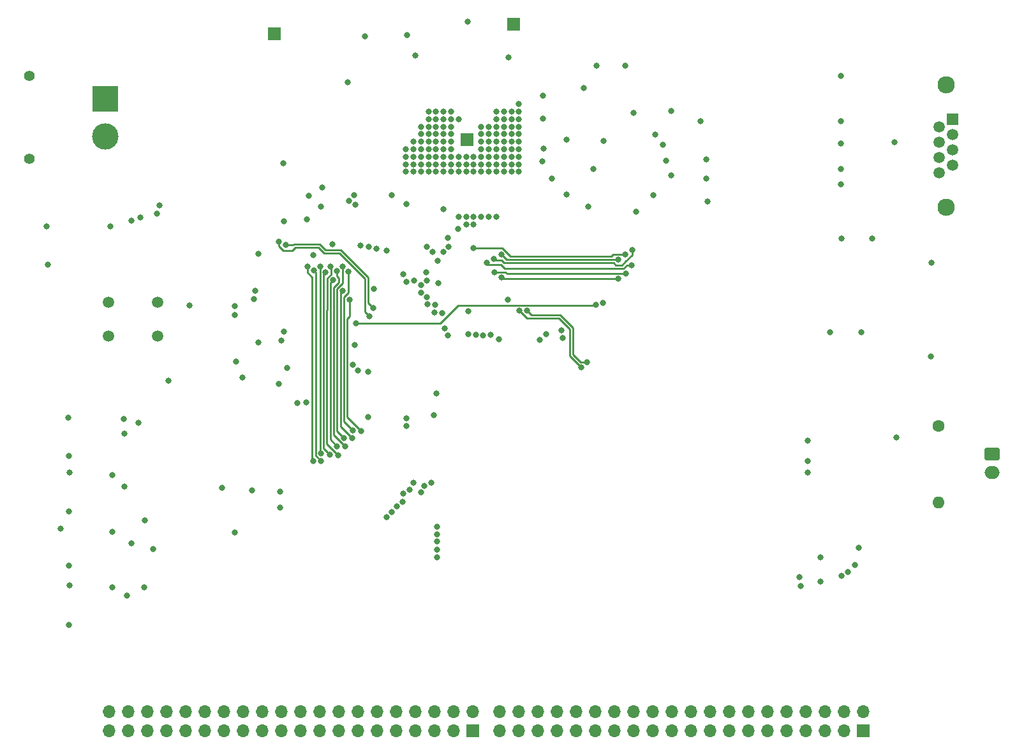
<source format=gbr>
%TF.GenerationSoftware,KiCad,Pcbnew,8.0.5*%
%TF.CreationDate,2024-09-29T23:22:26+09:00*%
%TF.ProjectId,MCU_Unit,4d43555f-556e-4697-942e-6b696361645f,rev?*%
%TF.SameCoordinates,Original*%
%TF.FileFunction,Copper,L2,Inr*%
%TF.FilePolarity,Positive*%
%FSLAX46Y46*%
G04 Gerber Fmt 4.6, Leading zero omitted, Abs format (unit mm)*
G04 Created by KiCad (PCBNEW 8.0.5) date 2024-09-29 23:22:26*
%MOMM*%
%LPD*%
G01*
G04 APERTURE LIST*
G04 Aperture macros list*
%AMRoundRect*
0 Rectangle with rounded corners*
0 $1 Rounding radius*
0 $2 $3 $4 $5 $6 $7 $8 $9 X,Y pos of 4 corners*
0 Add a 4 corners polygon primitive as box body*
4,1,4,$2,$3,$4,$5,$6,$7,$8,$9,$2,$3,0*
0 Add four circle primitives for the rounded corners*
1,1,$1+$1,$2,$3*
1,1,$1+$1,$4,$5*
1,1,$1+$1,$6,$7*
1,1,$1+$1,$8,$9*
0 Add four rect primitives between the rounded corners*
20,1,$1+$1,$2,$3,$4,$5,0*
20,1,$1+$1,$4,$5,$6,$7,0*
20,1,$1+$1,$6,$7,$8,$9,0*
20,1,$1+$1,$8,$9,$2,$3,0*%
G04 Aperture macros list end*
%TA.AperFunction,ComponentPad*%
%ADD10C,1.500000*%
%TD*%
%TA.AperFunction,ComponentPad*%
%ADD11O,1.700000X1.700000*%
%TD*%
%TA.AperFunction,ComponentPad*%
%ADD12R,1.700000X1.700000*%
%TD*%
%TA.AperFunction,ComponentPad*%
%ADD13R,1.500000X1.500000*%
%TD*%
%TA.AperFunction,ComponentPad*%
%ADD14C,2.300000*%
%TD*%
%TA.AperFunction,ComponentPad*%
%ADD15O,1.600000X1.600000*%
%TD*%
%TA.AperFunction,ComponentPad*%
%ADD16C,1.600000*%
%TD*%
%TA.AperFunction,ComponentPad*%
%ADD17C,1.400000*%
%TD*%
%TA.AperFunction,ComponentPad*%
%ADD18R,3.500000X3.500000*%
%TD*%
%TA.AperFunction,ComponentPad*%
%ADD19C,3.500000*%
%TD*%
%TA.AperFunction,ComponentPad*%
%ADD20O,2.000000X1.700000*%
%TD*%
%TA.AperFunction,ComponentPad*%
%ADD21RoundRect,0.250000X-0.750000X0.600000X-0.750000X-0.600000X0.750000X-0.600000X0.750000X0.600000X0*%
%TD*%
%TA.AperFunction,ViaPad*%
%ADD22C,0.800000*%
%TD*%
%TA.AperFunction,Conductor*%
%ADD23C,0.250000*%
%TD*%
G04 APERTURE END LIST*
D10*
%TO.N,GND*%
%TO.C,S1*%
X43575000Y-81300000D03*
%TO.N,Net-(S1-COM_2)*%
X50075000Y-81300000D03*
%TO.N,unconnected-(S1-NO_1-Pad3)*%
X43575000Y-85800000D03*
%TO.N,unconnected-(S1-NO_2-Pad4)*%
X50075000Y-85800000D03*
%TD*%
D11*
%TO.N,GND*%
%TO.C,J10*%
X43580000Y-135657500D03*
X43580000Y-138197500D03*
X46120000Y-135657500D03*
X46120000Y-138197500D03*
X48660000Y-135657500D03*
X48660000Y-138197500D03*
X51200000Y-135657500D03*
X51200000Y-138197500D03*
%TO.N,24V_RP*%
X53740000Y-135657500D03*
X53740000Y-138197500D03*
X56280000Y-135657500D03*
X56280000Y-138197500D03*
X58820000Y-135657500D03*
X58820000Y-138197500D03*
X61360000Y-135657500D03*
X61360000Y-138197500D03*
%TO.N,GND*%
X63900000Y-135657500D03*
X63900000Y-138197500D03*
X66440000Y-135657500D03*
X66440000Y-138197500D03*
%TO.N,+3V3*%
X68980000Y-135657500D03*
X68980000Y-138197500D03*
X71520000Y-135657500D03*
X71520000Y-138197500D03*
%TO.N,PF0*%
X74060000Y-135657500D03*
%TO.N,PF1*%
X74060000Y-138197500D03*
%TO.N,PF2*%
X76600000Y-135657500D03*
%TO.N,PF3*%
X76600000Y-138197500D03*
%TO.N,PF4*%
X79140000Y-135657500D03*
%TO.N,PF5*%
X79140000Y-138197500D03*
%TO.N,PF6*%
X81680000Y-135657500D03*
%TO.N,PF7*%
X81680000Y-138197500D03*
%TO.N,PF8*%
X84220000Y-135657500D03*
%TO.N,PF9*%
X84220000Y-138197500D03*
%TO.N,PF10*%
X86760000Y-135657500D03*
%TO.N,PF11*%
X86760000Y-138197500D03*
%TO.N,PF12*%
X89300000Y-135657500D03*
%TO.N,PF13*%
X89300000Y-138197500D03*
%TO.N,PF14*%
X91840000Y-135657500D03*
D12*
%TO.N,PF15*%
X91840000Y-138197500D03*
%TD*%
%TO.N,PD1*%
%TO.C,J6*%
X143700000Y-138200000D03*
D11*
%TO.N,PD0*%
X143700000Y-135660000D03*
%TO.N,PD3*%
X141160000Y-138200000D03*
%TO.N,PD2*%
X141160000Y-135660000D03*
%TO.N,PD5*%
X138620000Y-138200000D03*
%TO.N,PD4*%
X138620000Y-135660000D03*
%TO.N,PD7*%
X136080000Y-138200000D03*
%TO.N,PD6*%
X136080000Y-135660000D03*
%TO.N,PD9*%
X133540000Y-138200000D03*
%TO.N,PD8*%
X133540000Y-135660000D03*
%TO.N,PD11*%
X131000000Y-138200000D03*
%TO.N,PD10*%
X131000000Y-135660000D03*
%TO.N,PD13*%
X128460000Y-138200000D03*
%TO.N,PD12*%
X128460000Y-135660000D03*
%TO.N,PD15*%
X125920000Y-138200000D03*
%TO.N,PD14*%
X125920000Y-135660000D03*
%TO.N,+3V3*%
X123380000Y-138200000D03*
X123380000Y-135660000D03*
X120840000Y-138200000D03*
X120840000Y-135660000D03*
%TO.N,GND*%
X118300000Y-138200000D03*
X118300000Y-135660000D03*
X115760000Y-138200000D03*
X115760000Y-135660000D03*
%TO.N,PG1*%
X113220000Y-138200000D03*
%TO.N,PG0*%
X113220000Y-135660000D03*
%TO.N,PG3*%
X110680000Y-138200000D03*
%TO.N,PG2*%
X110680000Y-135660000D03*
%TO.N,PG5*%
X108140000Y-138200000D03*
%TO.N,PG4*%
X108140000Y-135660000D03*
%TO.N,PG7*%
X105600000Y-138200000D03*
%TO.N,PG6*%
X105600000Y-135660000D03*
%TO.N,PG9*%
X103060000Y-138200000D03*
%TO.N,PG8*%
X103060000Y-135660000D03*
%TO.N,PG11*%
X100520000Y-138200000D03*
%TO.N,PG10*%
X100520000Y-135660000D03*
%TO.N,PG13*%
X97980000Y-138200000D03*
%TO.N,PG12*%
X97980000Y-135660000D03*
%TO.N,PG15*%
X95440000Y-138200000D03*
%TO.N,PG14*%
X95440000Y-135660000D03*
%TD*%
D13*
%TO.N,Net-(T1-TX1+)*%
%TO.C,J1*%
X155570000Y-57045500D03*
D10*
%TO.N,Net-(T1-TX1-)*%
X153790000Y-58061500D03*
%TO.N,Net-(T1-RX1+)*%
X155570000Y-59077500D03*
%TO.N,Net-(J1-Pad4)*%
X153790000Y-60093500D03*
X155570000Y-61109500D03*
%TO.N,Net-(T1-RX-)*%
X153790000Y-62125500D03*
%TO.N,Net-(J1-Pad7)*%
X155570000Y-63141500D03*
X153790000Y-64157500D03*
D14*
%TO.N,Earth*%
X154680000Y-52475500D03*
X154680000Y-68735500D03*
%TD*%
D15*
%TO.N,Net-(J2-Pin_2)*%
%TO.C,R41*%
X153675000Y-107930000D03*
D16*
%TO.N,Net-(J2-Pin_1)*%
X153675000Y-97770000D03*
%TD*%
D17*
%TO.N,*%
%TO.C,J13*%
X33075000Y-62300000D03*
X33075000Y-51300000D03*
D18*
%TO.N,GND*%
X43075000Y-54300000D03*
D19*
%TO.N,Net-(J13-Pin_2)*%
X43075000Y-59300000D03*
%TD*%
D12*
%TO.N,24V_RP*%
%TO.C,J5*%
X65525000Y-45700000D03*
%TD*%
%TO.N,GND*%
%TO.C,J4*%
X97337500Y-44400000D03*
%TD*%
%TO.N,+3V3*%
%TO.C,J3*%
X91137500Y-59700000D03*
%TD*%
D20*
%TO.N,Net-(J2-Pin_2)*%
%TO.C,J2*%
X160775000Y-103950000D03*
D21*
%TO.N,Net-(J2-Pin_1)*%
X160775000Y-101450000D03*
%TD*%
D22*
%TO.N,+3V3*%
X51500000Y-91760000D03*
X54260000Y-81780000D03*
X60300000Y-81870000D03*
X66440000Y-86430000D03*
X60480000Y-89160000D03*
%TO.N,GND*%
X96500000Y-81000000D03*
%TO.N,*%
X92000000Y-71000000D03*
X91000000Y-71000000D03*
X95000000Y-70000000D03*
X94000000Y-70000000D03*
X93000000Y-70000000D03*
X92000000Y-70000000D03*
X91000000Y-70000000D03*
X90000000Y-70000000D03*
%TO.N,GND*%
X83100000Y-68250000D03*
%TO.N,+3V3*%
X143080000Y-113940000D03*
X98000000Y-55000000D03*
X98000000Y-56000000D03*
X98000000Y-57000000D03*
X98000000Y-58000000D03*
X98000000Y-59000000D03*
X98000000Y-60000000D03*
X98000000Y-61000000D03*
X98000000Y-62000000D03*
X98000000Y-63000000D03*
X98000000Y-64000000D03*
X97000000Y-63000000D03*
X97000000Y-64000000D03*
X97000000Y-62000000D03*
X97000000Y-61000000D03*
X97000000Y-60000000D03*
X97000000Y-59000000D03*
X97000000Y-58000000D03*
X97000000Y-57000000D03*
X97000000Y-56000000D03*
X96000000Y-56000000D03*
X96000000Y-57000000D03*
X96000000Y-58000000D03*
X96000000Y-59000000D03*
X96000000Y-60000000D03*
X96000000Y-61000000D03*
X96000000Y-62000000D03*
X96000000Y-63000000D03*
X96000000Y-64000000D03*
X95000000Y-64000000D03*
X95000000Y-63000000D03*
X95000000Y-62000000D03*
X95000000Y-61000000D03*
X95000000Y-60000000D03*
X95000000Y-59000000D03*
X95000000Y-58000000D03*
X95000000Y-58000000D03*
X95000000Y-57000000D03*
X95000000Y-56000000D03*
X94000000Y-58000000D03*
X94000000Y-59000000D03*
X93000000Y-58000000D03*
X93000000Y-59000000D03*
X93000000Y-60000000D03*
X93000000Y-61000000D03*
X94000000Y-60000000D03*
X94000000Y-61000000D03*
X94000000Y-61000000D03*
X94000000Y-62000000D03*
X94000000Y-63000000D03*
X94000000Y-64000000D03*
X93000000Y-64000000D03*
X93000000Y-63000000D03*
X93000000Y-62000000D03*
X92000000Y-62000000D03*
X92000000Y-63000000D03*
X92000000Y-64000000D03*
X91000000Y-64000000D03*
X91000000Y-63000000D03*
X91000000Y-62000000D03*
X90000000Y-57000000D03*
X90000000Y-62000000D03*
X90000000Y-63000000D03*
X90000000Y-64000000D03*
X89000000Y-64000000D03*
X89000000Y-63000000D03*
X89000000Y-61000000D03*
X89000000Y-62000000D03*
X88000000Y-62000000D03*
X88000000Y-63000000D03*
X88000000Y-64000000D03*
X87000000Y-64000000D03*
X87000000Y-63000000D03*
X87000000Y-62000000D03*
X86000000Y-62000000D03*
X86000000Y-63000000D03*
X86000000Y-64000000D03*
X85000000Y-64000000D03*
X85000000Y-63000000D03*
X85000000Y-62000000D03*
X84000000Y-63000000D03*
X84000000Y-64000000D03*
X83000000Y-64000000D03*
X83000000Y-63000000D03*
X83000000Y-62000000D03*
X83000000Y-61000000D03*
X84000000Y-62000000D03*
X84000000Y-61000000D03*
X85000000Y-61000000D03*
X86000000Y-61000000D03*
X87000000Y-61000000D03*
X88000000Y-61000000D03*
X89000000Y-56000000D03*
X88000000Y-56000000D03*
X87000000Y-56000000D03*
X86000000Y-56000000D03*
X86000000Y-57000000D03*
X87000000Y-57000000D03*
X88000000Y-57000000D03*
X89000000Y-57000000D03*
X89000000Y-58000000D03*
X88000000Y-58000000D03*
X87000000Y-58000000D03*
X86000000Y-58000000D03*
X85000000Y-58000000D03*
X85000000Y-59000000D03*
X86000000Y-59000000D03*
X87000000Y-59000000D03*
X88000000Y-59000000D03*
X89000000Y-59000000D03*
X89000000Y-60000000D03*
X88000000Y-60000000D03*
X87000000Y-60000000D03*
X86000000Y-60000000D03*
X85000000Y-60000000D03*
X84000000Y-60000000D03*
X83150000Y-45880000D03*
%TO.N,GND*%
X84270000Y-48550000D03*
X108300000Y-49880000D03*
%TO.N,ETH_MDIO*%
X104304667Y-66980000D03*
X100806802Y-86356802D03*
X67280000Y-90065000D03*
%TO.N,GND*%
X35500000Y-76330000D03*
%TO.N,+3V3*%
X35350000Y-71270000D03*
%TO.N,JTDI*%
X87942653Y-68982653D03*
X50275298Y-68450751D03*
%TO.N,JTRST*%
X49977347Y-69587347D03*
X75448597Y-67858735D03*
%TO.N,JTDO_SWO*%
X76292500Y-68400000D03*
X47770000Y-70075000D03*
%TO.N,SWCLK*%
X46580000Y-70525000D03*
X88574686Y-72780292D03*
%TO.N,SWDIO*%
X88687581Y-73918493D03*
X43750000Y-71250000D03*
%TO.N,CS_LCD*%
X87145000Y-115230000D03*
X73292500Y-73625889D03*
%TO.N,+3V3*%
X69790000Y-94580000D03*
X83080305Y-97750003D03*
X89910000Y-71570000D03*
X69870000Y-70340000D03*
X70680000Y-75065000D03*
%TO.N,RESET_LCD*%
X71742500Y-68640000D03*
%TO.N,+3V3*%
X78017212Y-90564094D03*
%TO.N,RESET_LCD*%
X87165000Y-114180155D03*
X135260000Y-117805000D03*
%TO.N,A0_LCD*%
X87145000Y-113115307D03*
X140833660Y-117686941D03*
X78692347Y-82072347D03*
X67030000Y-73745000D03*
%TO.N,SCK_LCD*%
X78127347Y-83147347D03*
X87145000Y-112115304D03*
X141680445Y-117155000D03*
%TO.N,SDA_LCD*%
X142580000Y-116180000D03*
X78775000Y-79567560D03*
%TO.N,PD0*%
X87959800Y-74670000D03*
%TO.N,PD1*%
X87234800Y-75812834D03*
%TO.N,PD2*%
X86509800Y-74663934D03*
%TO.N,PD3*%
X85784800Y-73935202D03*
%TO.N,PD4*%
X87322284Y-78774960D03*
%TO.N,PD5*%
X85733887Y-77359722D03*
%TO.N,PD6*%
X85808685Y-78459826D03*
%TO.N,PD7*%
X84980305Y-79019997D03*
%TO.N,PD9*%
X94258836Y-85651028D03*
%TO.N,PD10*%
X93261576Y-85725000D03*
%TO.N,PD11*%
X92266840Y-85601304D03*
%TO.N,PD12*%
X91267499Y-85565000D03*
%TO.N,PD13*%
X88580305Y-85740000D03*
%TO.N,PD14*%
X88130305Y-84795000D03*
%TO.N,PG2*%
X91255423Y-82542199D03*
%TO.N,PG3*%
X87855564Y-82743541D03*
%TO.N,PG4*%
X86838320Y-82714682D03*
%TO.N,PG5*%
X86886207Y-81662287D03*
%TO.N,PG6*%
X85887320Y-81615071D03*
X86340000Y-105255000D03*
%TO.N,PG8*%
X84980305Y-80020000D03*
X84980305Y-106597007D03*
%TO.N,PG9*%
X84074406Y-78484064D03*
X83980305Y-105285000D03*
%TO.N,USB_VBUS*%
X112946326Y-76385000D03*
X93700000Y-76065000D03*
%TO.N,USB_ID*%
X94710000Y-75565000D03*
X113022171Y-74415000D03*
%TO.N,USB_DP*%
X112127040Y-74935000D03*
X91986320Y-74115001D03*
%TO.N,USB_DM*%
X95675000Y-75010000D03*
X111165000Y-75660000D03*
%TO.N,GND*%
X143460000Y-85280000D03*
%TO.N,+3V3*%
X139270000Y-85290000D03*
%TO.N,USART6_RX*%
X112158902Y-77535000D03*
X94770000Y-77315000D03*
%TO.N,USART6_TX*%
X95675001Y-78047570D03*
X111165000Y-78230000D03*
%TO.N,GND*%
X140850000Y-72840000D03*
%TO.N,+3V3*%
X144860000Y-72860000D03*
%TO.N,ETH_RXD1*%
X103806432Y-86078799D03*
X76623080Y-90369605D03*
%TO.N,ETH_RXD0*%
X75955571Y-89625000D03*
X103642365Y-85092347D03*
%TO.N,GND*%
X106600000Y-52900000D03*
X113215000Y-56199888D03*
X109200000Y-59900000D03*
%TO.N,+3V3*%
X112140000Y-49920000D03*
%TO.N,GND*%
X115820000Y-67070000D03*
X123040000Y-67950000D03*
%TO.N,+3V3*%
X118200000Y-64480000D03*
X117512282Y-62525211D03*
X122100000Y-57280000D03*
X118200000Y-55960000D03*
%TO.N,PG10*%
X83505000Y-106238659D03*
X83080305Y-78592539D03*
%TO.N,PG11*%
X82630305Y-106760000D03*
X82630305Y-77640000D03*
%TO.N,PG12*%
X82605000Y-107852319D03*
X80480306Y-74499694D03*
%TO.N,PG13*%
X81795014Y-108438773D03*
X79130505Y-74175199D03*
%TO.N,PG14*%
X81155000Y-109207135D03*
X78091087Y-73948459D03*
%TO.N,PG15*%
X76940000Y-73825000D03*
X80430000Y-109895883D03*
%TO.N,GND*%
X138040000Y-115205000D03*
X138050000Y-118430000D03*
%TO.N,+3V3*%
X62600000Y-106320000D03*
%TO.N,GND*%
X58580000Y-106005000D03*
%TO.N,+3V3*%
X60309238Y-111920000D03*
%TO.N,I2C1_SDA*%
X66320000Y-108620000D03*
X66317347Y-106457347D03*
%TO.N,PF0*%
X70694206Y-102390376D03*
X69913343Y-76615000D03*
%TO.N,PF1*%
X71756623Y-102427487D03*
X70779369Y-77115000D03*
%TO.N,PF2*%
X71633536Y-76595000D03*
X71735487Y-101381045D03*
%TO.N,ETH_CRS_DV*%
X101090000Y-62625000D03*
X76230571Y-87000001D03*
%TO.N,PF3*%
X72358536Y-77337454D03*
X72927877Y-101548129D03*
%TO.N,PF4*%
X74026593Y-101621539D03*
X73028432Y-76595000D03*
%TO.N,PF5*%
X73348301Y-78398300D03*
X73868284Y-100437924D03*
%TO.N,PF6*%
X74927833Y-100472167D03*
X73826590Y-77197451D03*
%TO.N,PF7*%
X74800461Y-99319490D03*
%TO.N,PF8*%
X75854714Y-99348437D03*
X74629491Y-79804117D03*
%TO.N,PF9*%
X75383740Y-77246101D03*
X75967846Y-98354854D03*
%TO.N,PF10*%
X77047550Y-98409252D03*
X75508536Y-80981029D03*
%TO.N,NRST*%
X76400000Y-84100000D03*
X108224999Y-81686092D03*
%TO.N,ETH_MDC*%
X66800000Y-85200000D03*
X101638605Y-85525000D03*
%TO.N,GND*%
X91200000Y-44100000D03*
X96600000Y-48800000D03*
X101290000Y-60925000D03*
%TO.N,+3V3*%
X101190000Y-53925000D03*
X101190000Y-56925000D03*
X104290000Y-59725000D03*
X102390000Y-64925000D03*
X113590000Y-69325000D03*
X107215000Y-68625000D03*
%TO.N,GND*%
X75300000Y-52100000D03*
X77600000Y-46000000D03*
X71900000Y-66100000D03*
%TO.N,+3V3*%
X70100000Y-67200000D03*
X81100000Y-67100000D03*
X76100000Y-67100000D03*
X66700000Y-62900000D03*
%TO.N,GND*%
X66800000Y-70600000D03*
X63400000Y-74900000D03*
%TO.N,+3V3*%
X62800000Y-80900000D03*
%TO.N,GND*%
X63000000Y-79800000D03*
X60300000Y-83000000D03*
X63400000Y-86700000D03*
X61300000Y-91300000D03*
X68600000Y-94700000D03*
X83080305Y-96750000D03*
X86700000Y-96300000D03*
X152790000Y-76110000D03*
X152700000Y-88525000D03*
%TO.N,+3V3*%
X148100000Y-99300000D03*
%TO.N,GND*%
X136300000Y-102400000D03*
%TO.N,+3V3*%
X136300000Y-103900000D03*
X136300000Y-99700000D03*
%TO.N,USART3_RX*%
X107030000Y-89275000D03*
X99080000Y-82455000D03*
%TO.N,USART3_TX*%
X98067345Y-82467652D03*
X106280000Y-90000000D03*
%TO.N,GND*%
X77975000Y-96600000D03*
%TO.N,ETH_TXEN*%
X87091403Y-93473606D03*
X109187670Y-81387024D03*
%TO.N,+3V3*%
X38200000Y-96650000D03*
X45575000Y-96850000D03*
X38250000Y-101750000D03*
X38375000Y-103900000D03*
X44050000Y-104275000D03*
X38300000Y-109125000D03*
X37175000Y-111400000D03*
X38375000Y-118950000D03*
X38250000Y-124140000D03*
X44032500Y-119200000D03*
X38275000Y-116300000D03*
X44000000Y-111775000D03*
%TO.N,/Ethernet/RD-*%
X122840000Y-64857500D03*
X117081885Y-60441896D03*
%TO.N,/Ethernet/RD+*%
X122840000Y-62357500D03*
X116084508Y-59038298D03*
%TO.N,Net-(D35-K)*%
X48271752Y-119131752D03*
X45960000Y-120250000D03*
%TO.N,Net-(D27-K)*%
X46610000Y-113370000D03*
X49460000Y-114070000D03*
%TO.N,Net-(D19-K)*%
X48360000Y-110320000D03*
X45660000Y-105770000D03*
%TO.N,Net-(D11-K)*%
X47494620Y-97354620D03*
X45610000Y-98760682D03*
%TO.N,Net-(C18-Pad1)*%
X140740000Y-51257500D03*
X140740000Y-63657500D03*
X140740000Y-60257500D03*
X140740000Y-57257500D03*
X140740000Y-65657500D03*
%TO.N,Net-(J1-Pad4)*%
X147840000Y-60057500D03*
%TO.N,Net-(U2-~{INT}{slash}REFCLKO)*%
X66100000Y-92137500D03*
X107890000Y-63625000D03*
%TO.N,PF7*%
X74624746Y-76595000D03*
%TO.N,PG7*%
X85779645Y-80620883D03*
X85452283Y-105715395D03*
%TO.N,PD8*%
X95345000Y-86240000D03*
%TO.N,SDA_LCD*%
X87145000Y-111090000D03*
%TO.N,SCK_LCD*%
X66141108Y-73286878D03*
%TO.N,CS_LCD*%
X135400000Y-118970000D03*
%TD*%
D23*
%TO.N,USART3_RX*%
X105160000Y-84673604D02*
X105160000Y-88243604D01*
X103516396Y-83030000D02*
X105160000Y-84673604D01*
X99655000Y-83030000D02*
X103516396Y-83030000D01*
X99080000Y-82455000D02*
X99655000Y-83030000D01*
X105160000Y-88243604D02*
X106191396Y-89275000D01*
X106191396Y-89275000D02*
X107030000Y-89275000D01*
%TO.N,USART3_TX*%
X104710000Y-88430000D02*
X106280000Y-90000000D01*
X104710000Y-84860000D02*
X104710000Y-88430000D01*
X98067345Y-82467652D02*
X99079693Y-83480000D01*
X99079693Y-83480000D02*
X103330000Y-83480000D01*
X103330000Y-83480000D02*
X104710000Y-84860000D01*
%TO.N,A0_LCD*%
X74350889Y-74350889D02*
X78000000Y-78000000D01*
X71590000Y-73590000D02*
X72350889Y-74350889D01*
X72350889Y-74350889D02*
X74350889Y-74350889D01*
X68164695Y-73590000D02*
X71590000Y-73590000D01*
X78000000Y-78000000D02*
X78000000Y-81380000D01*
X68009695Y-73745000D02*
X68164695Y-73590000D01*
X67030000Y-73745000D02*
X68009695Y-73745000D01*
X78000000Y-81380000D02*
X78692347Y-82072347D01*
%TO.N,SCK_LCD*%
X77550000Y-82570000D02*
X78127347Y-83147347D01*
X77550000Y-78186396D02*
X77550000Y-82570000D01*
X74164493Y-74800889D02*
X77550000Y-78186396D01*
X72164493Y-74800889D02*
X74164493Y-74800889D01*
X67921091Y-74470000D02*
X68351091Y-74040000D01*
X66729695Y-74470000D02*
X67921091Y-74470000D01*
X66141108Y-73881413D02*
X66729695Y-74470000D01*
X68351091Y-74040000D02*
X71403604Y-74040000D01*
X66141108Y-73286878D02*
X66141108Y-73881413D01*
X71403604Y-74040000D02*
X72164493Y-74800889D01*
%TO.N,PF10*%
X75230571Y-83501091D02*
X75230571Y-96592273D01*
X75508536Y-83223126D02*
X75230571Y-83501091D01*
X75508536Y-80981029D02*
X75508536Y-83223126D01*
X75230571Y-96592273D02*
X77047550Y-98409252D01*
%TO.N,PF0*%
X70560487Y-102256657D02*
X70694206Y-102390376D01*
X70560487Y-78020487D02*
X70560487Y-102256657D01*
X69913343Y-77373343D02*
X70560487Y-78020487D01*
X69913343Y-76615000D02*
X69913343Y-77373343D01*
%TO.N,PF9*%
X74783536Y-83311730D02*
X74780571Y-83314695D01*
X74780571Y-97167579D02*
X75967846Y-98354854D01*
X75383740Y-80075173D02*
X74783536Y-80675377D01*
X74783536Y-80675377D02*
X74783536Y-83311730D01*
X74780571Y-83314695D02*
X74780571Y-97167579D01*
X75383740Y-77246101D02*
X75383740Y-80075173D01*
%TO.N,PF8*%
X74330571Y-97824294D02*
X75854714Y-99348437D01*
X74333536Y-80100072D02*
X74333536Y-83125334D01*
X74629491Y-79804117D02*
X74333536Y-80100072D01*
X74333536Y-83125334D02*
X74330571Y-83128299D01*
X74330571Y-83128299D02*
X74330571Y-97824294D01*
%TO.N,PF7*%
X73880571Y-82941903D02*
X73880571Y-98399600D01*
X73883536Y-82938938D02*
X73880571Y-82941903D01*
X74624746Y-78783556D02*
X73883536Y-79524766D01*
X73883536Y-79524766D02*
X73883536Y-82938938D01*
X74624746Y-76595000D02*
X74624746Y-78783556D01*
X73880571Y-98399600D02*
X74800461Y-99319490D01*
%TO.N,PF6*%
X73430571Y-82755507D02*
X73430571Y-98974905D01*
X74073301Y-78698605D02*
X73433536Y-79338370D01*
X73826590Y-77851284D02*
X74073301Y-78097995D01*
X74073301Y-78097995D02*
X74073301Y-78698605D01*
X73430571Y-98974905D02*
X74927833Y-100472167D01*
X73826590Y-77197451D02*
X73826590Y-77851284D01*
X73433536Y-79338370D02*
X73433536Y-82752542D01*
X73433536Y-82752542D02*
X73430571Y-82755507D01*
%TO.N,PF5*%
X72980571Y-99550211D02*
X73868284Y-100437924D01*
X72980571Y-82569111D02*
X72980571Y-99550211D01*
X72983536Y-82566146D02*
X72980571Y-82569111D01*
X72983536Y-78763065D02*
X72983536Y-82566146D01*
X73348301Y-78398300D02*
X72983536Y-78763065D01*
%TO.N,PF4*%
X72530571Y-100125517D02*
X74026593Y-101621539D01*
X72533536Y-82379750D02*
X72530571Y-82382715D01*
X72533536Y-78187759D02*
X72533536Y-82379750D01*
X73083536Y-77637759D02*
X72533536Y-78187759D01*
X72530571Y-82382715D02*
X72530571Y-100125517D01*
X73028432Y-76595000D02*
X73083536Y-76650104D01*
X73083536Y-76650104D02*
X73083536Y-77637759D01*
%TO.N,PF3*%
X72080571Y-82196319D02*
X72080571Y-100700823D01*
X72083536Y-82193354D02*
X72080571Y-82196319D01*
X72083536Y-77612454D02*
X72083536Y-82193354D01*
X72080571Y-100700823D02*
X72927877Y-101548129D01*
X72358536Y-77337454D02*
X72083536Y-77612454D01*
%TO.N,PF2*%
X71630571Y-101276129D02*
X71735487Y-101381045D01*
X71630571Y-82009923D02*
X71630571Y-101276129D01*
X71633536Y-82006958D02*
X71630571Y-82009923D01*
X71633536Y-76595000D02*
X71633536Y-82006958D01*
%TO.N,PF1*%
X70779369Y-77115000D02*
X71010487Y-77346118D01*
X71010487Y-101681351D02*
X71756623Y-102427487D01*
X71010487Y-77346118D02*
X71010487Y-101681351D01*
%TO.N,NRST*%
X89894410Y-81730000D02*
X87524410Y-84100000D01*
X108181091Y-81730000D02*
X89894410Y-81730000D01*
X108224999Y-81686092D02*
X108181091Y-81730000D01*
X87524410Y-84100000D02*
X76400000Y-84100000D01*
%TO.N,USB_ID*%
X94880000Y-75735000D02*
X94710000Y-75565000D01*
X95650000Y-75735000D02*
X94880000Y-75735000D01*
X110864695Y-76385000D02*
X110589695Y-76110000D01*
X112155000Y-75935000D02*
X112152345Y-75935000D01*
X111702345Y-76385000D02*
X110864695Y-76385000D01*
X96025000Y-76110000D02*
X95650000Y-75735000D01*
X113022171Y-75067829D02*
X112155000Y-75935000D01*
X113022171Y-74415000D02*
X113022171Y-75067829D01*
X110589695Y-76110000D02*
X96025000Y-76110000D01*
X112152345Y-75935000D02*
X111702345Y-76385000D01*
%TO.N,USART6_RX*%
X112128902Y-77505000D02*
X112158902Y-77535000D01*
X96415000Y-77505000D02*
X112128902Y-77505000D01*
X96225000Y-77315000D02*
X96415000Y-77505000D01*
X94770000Y-77315000D02*
X96225000Y-77315000D01*
%TO.N,USB_VBUS*%
X112338741Y-76385000D02*
X112946326Y-76385000D01*
X111450000Y-76835000D02*
X111888741Y-76835000D01*
X96113604Y-76835000D02*
X111450000Y-76835000D01*
X95684302Y-76405698D02*
X96113604Y-76835000D01*
X111888741Y-76835000D02*
X112338741Y-76385000D01*
X95568604Y-76290000D02*
X95684302Y-76405698D01*
X93925000Y-76290000D02*
X95568604Y-76290000D01*
X93700000Y-76065000D02*
X93925000Y-76290000D01*
%TO.N,USB_DP*%
X110545000Y-74935000D02*
X112127040Y-74935000D01*
X96990000Y-75210000D02*
X110270000Y-75210000D01*
X96900305Y-75210000D02*
X96990000Y-75210000D01*
X95805306Y-74115001D02*
X96900305Y-75210000D01*
X110270000Y-75210000D02*
X110545000Y-74935000D01*
X91986320Y-74115001D02*
X95805306Y-74115001D01*
%TO.N,USB_DM*%
X96325000Y-75660000D02*
X95675000Y-75010000D01*
X111165000Y-75660000D02*
X96325000Y-75660000D01*
%TO.N,USART6_TX*%
X95857431Y-78230000D02*
X95675001Y-78047570D01*
X111165000Y-78230000D02*
X95857431Y-78230000D01*
%TD*%
M02*

</source>
